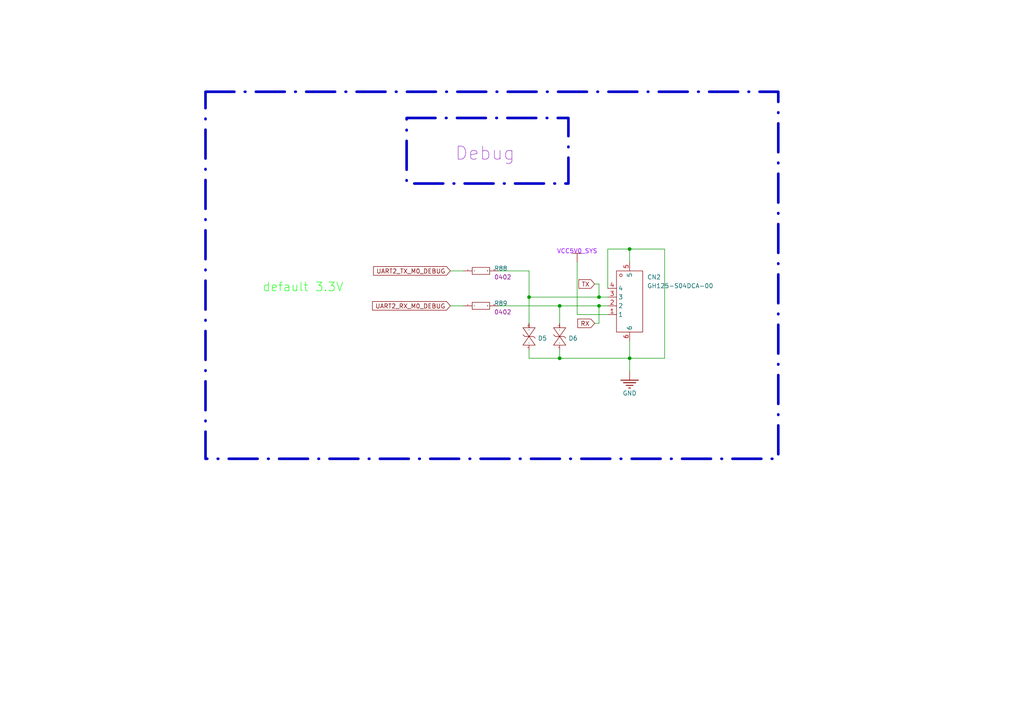
<source format=kicad_sch>
(kicad_sch (version 20250114) (generator "eeschema") (generator_version "9.0")
  (paper "User" 297.434 209.804)
  (lib_symbols
    (symbol "LCSC Taish-easyedapro:0402WGF1000TCE"
      (property "Reference" "R" (at 0 0 0))
      (symbol "0402WGF1000TCE_1_0"
        (rectangle (start -2.54 -1.016) (end 2.54 1.016))
        (pin input line (at -5.08 0 0) (length 2.54) (name "1") (number "1"))
        (pin input line (at 5.08 0 180) (length 2.54) (name "2") (number "2"))
      )
    )
    (symbol "LCSC Taish-easyedapro:GH125-S04DCA-00"
      (property "Reference" "CN" (at 0 0 0))
      (symbol "GH125-S04DCA-00_1_0"
        (rectangle (start -8.89 -5.08) (end 8.89 2.54))
        (circle (center 7.62 1.27) (radius 0.381))
        (pin input line (at -11.43 -1.27 0) (length 2.54) (name "6") (number "6"))
        (pin input line (at -3.81 5.08 270) (length 2.54) (name "1") (number "1"))
        (pin input line (at -1.27 5.08 270) (length 2.54) (name "2") (number "2"))
        (pin input line (at 1.27 5.08 270) (length 2.54) (name "3") (number "3"))
        (pin input line (at 3.81 5.08 270) (length 2.54) (name "4") (number "4"))
        (pin input line (at 11.43 -1.27 180) (length 2.54) (name "5") (number "5"))
      )
    )
    (symbol "LCSC Taish-easyedapro:Ground-GND" (power) (pin_numbers (hide yes)) (pin_names (hide yes))
      (symbol "Ground-GND_1_0"
        (polyline (pts (xy -2.54 -2.54) (xy 2.54 -2.54)) (stroke (width 0.254)))
        (polyline (pts (xy -1.778 -3.302) (xy 1.778 -3.302)) (stroke (width 0.254)))
        (polyline (pts (xy -1.016 -4.064) (xy 1.016 -4.064)) (stroke (width 0.254)))
        (polyline (pts (xy -0.254 -4.826) (xy 0.254 -4.826)) (stroke (width 0.254)))
        (pin power_in line (at 0 0 270) (length 2.54) (name "GND") (number "1"))
      )
    )
    (symbol "LCSC Taish-easyedapro:KLXES15AAA1"
      (property "Reference" "D" (at 0 0 0))
      (symbol "KLXES15AAA1_1_0"
        (polyline (pts (xy -2.54 -1.778) (xy 0 0) (xy 0 0) (xy -2.54 1.778) (xy -2.54 1.778) (xy -2.54 -1.778)))
        (polyline (pts (xy 0.508 1.778) (xy 0 1.27) (xy 0 1.27) (xy 0 -1.27) (xy 0 -1.27) (xy -0.508 -1.778)))
        (polyline (pts (xy 2.54 1.778) (xy 0 0) (xy 0 0) (xy 2.54 -1.778) (xy 2.54 -1.778) (xy 2.54 1.778)))
        (polyline (pts (xy 3.81 0) (xy 2.54 0)))
        (pin input line (at -3.81 0 0) (length 1.27) (name "K") (number "1"))
        (pin input line (at 3.81 0 180) (length 1.27) (name "A") (number "2"))
      )
    )
    (symbol "LCSC Taish-easyedapro:Power-VCC" (power) (pin_numbers (hide yes)) (pin_names (hide yes))
      (symbol "Power-VCC_1_0"
        (polyline (pts (xy -1.27 2.54) (xy 1.27 2.54)))
        (polyline (pts (xy 0 2.54) (xy 0 1.27)))
        (pin power_in line (at 0 0 90) (length 1.27) (name "VCC5V0_SYS") (number "1"))
      )
    )
  )
  (rectangle (start 59.69 26.67) (end 226.06 133.35) (stroke (width 0.762) (type dash_dot)))
  (rectangle (start 118.11 34.29) (end 165.1 53.34) (stroke (width 0.762) (type dash_dot)))
  (text "Debug" (at 132.08 46.99 0) (effects (font (size 3.81 3.81)) (justify left bottom)))
  (text "default 3.3V" (at 76.2 85.09 0) (effects (font (size 2.54 2.54)) (justify left bottom)))
  (junction (at 182.88 104.14))
  (junction (at 173.99 86.36))
  (junction (at 153.67 86.36))
  (junction (at 173.99 88.9))
  (junction (at 182.88 72.39))
  (junction (at 162.56 88.9))
  (junction (at 162.56 104.14))
  (wire (pts (xy 162.56 104.14) (xy 162.56 101.6)))
  (wire (pts (xy 144.78 88.9) (xy 162.56 88.9)))
  (wire (pts (xy 173.99 82.55) (xy 173.99 86.36)))
  (wire (pts (xy 182.88 104.14) (xy 193.04 104.14)))
  (wire (pts (xy 176.53 72.39) (xy 182.88 72.39)))
  (wire (pts (xy 182.88 104.14) (xy 182.88 107.95)))
  (wire (pts (xy 176.53 83.82) (xy 176.53 72.39)))
  (wire (pts (xy 182.88 104.14) (xy 182.88 99.06)))
  (wire (pts (xy 153.67 86.36) (xy 173.99 86.36)))
  (wire (pts (xy 193.04 104.14) (xy 193.04 72.39)))
  (wire (pts (xy 182.88 76.2) (xy 182.88 72.39)))
  (wire (pts (xy 172.72 93.98) (xy 173.99 93.98)))
  (wire (pts (xy 173.99 93.98) (xy 173.99 88.9)))
  (wire (pts (xy 162.56 88.9) (xy 173.99 88.9)))
  (wire (pts (xy 153.67 104.14) (xy 153.67 101.6)))
  (wire (pts (xy 176.53 91.44) (xy 167.64 91.44)))
  (wire (pts (xy 182.88 72.39) (xy 193.04 72.39)))
  (wire (pts (xy 172.72 82.55) (xy 173.99 82.55)))
  (wire (pts (xy 153.67 86.36) (xy 153.67 93.98)))
  (wire (pts (xy 153.67 104.14) (xy 162.56 104.14)))
  (wire (pts (xy 176.53 86.36) (xy 173.99 86.36)))
  (wire (pts (xy 167.64 91.44) (xy 167.64 76.2)))
  (wire (pts (xy 153.67 78.74) (xy 153.67 86.36)))
  (wire (pts (xy 162.56 88.9) (xy 162.56 93.98)))
  (wire (pts (xy 162.56 104.14) (xy 182.88 104.14)))
  (wire (pts (xy 153.67 78.74) (xy 144.78 78.74)))
  (wire (pts (xy 130.81 78.74) (xy 134.62 78.74)))
  (wire (pts (xy 173.99 88.9) (xy 176.53 88.9)))
  (wire (pts (xy 130.81 88.9) (xy 134.62 88.9)))
  (global_label "RX" (shape input) (at 172.72 93.98 180) (property "Intersheetrefs" "${INTERSHEET_REFS}" (effects (hide yes))))
  (global_label "UART2_RX_M0_DEBUG" (shape input) (at 130.81 88.9 180) (property "Intersheetrefs" "${INTERSHEET_REFS}" (effects (hide yes))))
  (global_label "TX" (shape input) (at 172.72 82.55 180) (property "Intersheetrefs" "${INTERSHEET_REFS}" (effects (hide yes))))
  (global_label "UART2_TX_M0_DEBUG" (shape input) (at 130.81 78.74 180) (property "Intersheetrefs" "${INTERSHEET_REFS}" (effects (hide yes))))
  (symbol (lib_id "LCSC Taish-easyedapro:GH125-S04DCA-00") (at 181.61 87.63 90) (unit 1)
    (property "Reference" "CN2" (at 187.96 81.28 90) (effects (justify right top)))
    (property "Value" "GH125-S04DCA-00" (at 187.96 83.82 90) (effects (justify right top)))
    (property "Footprint" "LCSC Taish-easyedapro:CONN-SMD_4P-P1.27_GH125-S04DCA-00" (effects (hide yes)))
    (property "Datasheet" "https://atta.szlcsc.com/upload/public/pdf/source/20210818/CD11791E5ED3EDF45A7009E9C8A2BD4C.pdf" (effects (hide yes)))
    (property "Description" "参考系列:-;间距:1.25mm;插针结构:1x4P;排数:1;每排PIN数:4;行距:-;公母:公型插针;安装方式:卧贴;额定电流:1A;工作温度范围:-25°C~+85°C;" (effects (hide yes)))
    (property "Manufacturer Part" "GH125-S04DCA-00" (effects (hide yes)))
    (property "Manufacturer" "JS(钜硕电子)" (effects (hide yes)))
    (property "Supplier Part" "C2886767" (effects (hide yes)))
    (property "Supplier" "LCSC" (effects (hide yes)))
    (property "LCSC Part Name" "GH1.25卧式贴片 带扣" (effects (hide yes)))
  )
  (symbol (lib_id "LCSC Taish-easyedapro:Ground-GND") (at 182.88 107.95 0) (unit 1)
    (property "Reference" "#PWR0493" (effects (hide yes)))
    (property "Value" "GND" (at 182.88 114.3 0))
    (property "Footprint" "LCSC Taish-easyedapro:" (effects (hide yes)))
  )
  (symbol (lib_id "LCSC Taish-easyedapro:KLXES15AAA1") (at 153.67 97.79 90) (unit 1)
    (property "Reference" "D5" (at 156.21 99.06 90) (effects (justify right top)))
    (property "Value" "KLXES15AAA1" (effects (hide yes)))
    (property "Footprint" "LCSC Taish-easyedapro:D0402-BI" (effects (hide yes)))
    (property "Datasheet" "https://atta.szlcsc.com/upload/public/pdf/source/20210908/40FD94D5521B4EF0ED53BC030E77ED53.pdf" (effects (hide yes)))
    (property "Description" "极性:双向;反向截止电压(Vrwm):5V;钳位电压(Vc)@Ipp:40V;" (effects (hide yes)))
    (property "Manufacturer Part" "KLXES15AAA1" (effects (hide yes)))
    (property "Manufacturer" "KUU" (effects (hide yes)))
    (property "Supplier Part" "C2892490" (effects (hide yes)))
    (property "Supplier" "LCSC" (effects (hide yes)))
    (property "LCSC Part Name" "KLXES15AAA1" (effects (hide yes)))
  )
  (symbol (lib_id "LCSC Taish-easyedapro:0402WGF1000TCE") (at 139.7 88.9 0) (unit 1)
    (property "Reference" "R89" (at 143.51 88.9 0) (effects (justify left bottom)))
    (property "Value" "0402WGF1000TCE" (effects (hide yes)))
    (property "Footprint" "LCSC Taish-easyedapro:R0402" (effects (hide yes)))
    (property "Datasheet" "https://atta.szlcsc.com/upload/public/pdf/source/20170920/C25076_1505901197574982707.pdf" (effects (hide yes)))
    (property "Manufacturer Part" "0402WGF1000TCE" (effects (hide yes)))
    (property "Manufacturer" "UNI-ROYAL(厚声)" (effects (hide yes)))
    (property "Supplier Part" "C25076" (effects (hide yes)))
    (property "Supplier" "LCSC" (effects (hide yes)))
    (property "LCSC Part Name" "100Ω(1000) ±1% 编带" (effects (hide yes)))
    (property "Supplier Footprint" "0402" (at 143.51 91.44 0) (effects (justify left bottom)))
  )
  (symbol (lib_id "LCSC Taish-easyedapro:Power-VCC") (at 167.64 76.2 0) (unit 1)
    (property "Reference" "#PWR0492" (effects (hide yes)))
    (property "Value" "VCC5V0_SYS" (at 167.64 73.66 0) (effects (justify bottom)))
    (property "Footprint" "LCSC Taish-easyedapro:" (effects (hide yes)))
  )
  (symbol (lib_id "LCSC Taish-easyedapro:0402WGF1000TCE") (at 139.7 78.74 0) (unit 1)
    (property "Reference" "R88" (at 143.51 78.74 0) (effects (justify left bottom)))
    (property "Value" "0402WGF1000TCE" (effects (hide yes)))
    (property "Footprint" "LCSC Taish-easyedapro:R0402" (effects (hide yes)))
    (property "Datasheet" "https://atta.szlcsc.com/upload/public/pdf/source/20170920/C25076_1505901197574982707.pdf" (effects (hide yes)))
    (property "Manufacturer Part" "0402WGF1000TCE" (effects (hide yes)))
    (property "Manufacturer" "UNI-ROYAL(厚声)" (effects (hide yes)))
    (property "Supplier Part" "C25076" (effects (hide yes)))
    (property "Supplier" "LCSC" (effects (hide yes)))
    (property "LCSC Part Name" "100Ω(1000) ±1% 编带" (effects (hide yes)))
    (property "Supplier Footprint" "0402" (at 143.51 81.28 0) (effects (justify left bottom)))
  )
  (symbol (lib_id "LCSC Taish-easyedapro:KLXES15AAA1") (at 162.56 97.79 90) (unit 1)
    (property "Reference" "D6" (at 165.1 99.06 90) (effects (justify right top)))
    (property "Value" "KLXES15AAA1" (effects (hide yes)))
    (property "Footprint" "LCSC Taish-easyedapro:D0402-BI" (effects (hide yes)))
    (property "Datasheet" "https://atta.szlcsc.com/upload/public/pdf/source/20210908/40FD94D5521B4EF0ED53BC030E77ED53.pdf" (effects (hide yes)))
    (property "Description" "极性:双向;反向截止电压(Vrwm):5V;钳位电压(Vc)@Ipp:40V;" (effects (hide yes)))
    (property "Manufacturer Part" "KLXES15AAA1" (effects (hide yes)))
    (property "Manufacturer" "KUU" (effects (hide yes)))
    (property "Supplier Part" "C2892490" (effects (hide yes)))
    (property "Supplier" "LCSC" (effects (hide yes)))
    (property "LCSC Part Name" "KLXES15AAA1" (effects (hide yes)))
  )
)
</source>
